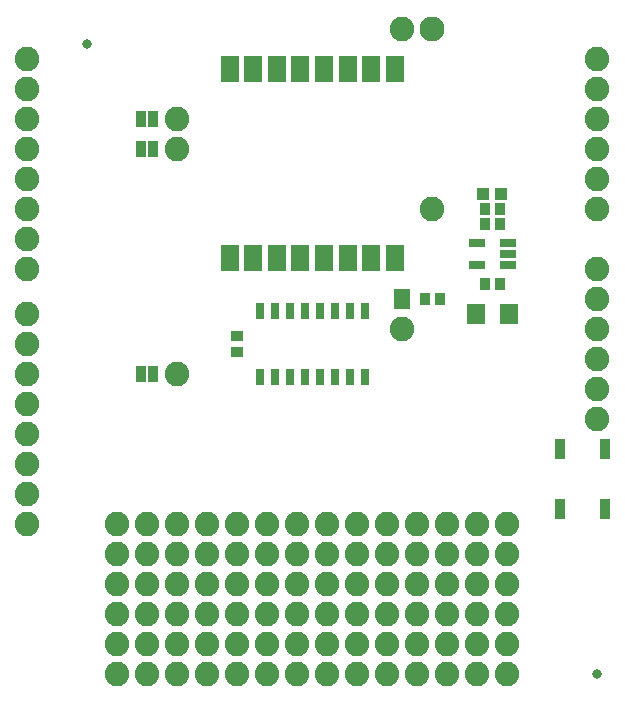
<source format=gbr>
G04 EAGLE Gerber RS-274X export*
G75*
%MOMM*%
%FSLAX34Y34*%
%LPD*%
%INSoldermask Top*%
%IPPOS*%
%AMOC8*
5,1,8,0,0,1.08239X$1,22.5*%
G01*
%ADD10C,2.108200*%
%ADD11R,1.403200X0.753200*%
%ADD12R,0.903200X1.103200*%
%ADD13R,1.603200X1.803200*%
%ADD14R,1.003200X1.003200*%
%ADD15R,0.965200X1.727200*%
%ADD16R,0.803200X1.403200*%
%ADD17R,1.103200X0.903200*%
%ADD18C,2.082800*%
%ADD19R,1.473200X0.838200*%
%ADD20R,1.503200X2.203200*%
%ADD21R,0.838200X1.473200*%
%ADD22C,0.838200*%


D10*
X368300Y571500D03*
D11*
X432101Y371500D03*
X432101Y381000D03*
X432101Y390500D03*
X406099Y390500D03*
X406099Y371500D03*
D12*
X412600Y355600D03*
X425600Y355600D03*
D13*
X433100Y330200D03*
X405100Y330200D03*
D12*
X425600Y419100D03*
X412600Y419100D03*
D14*
X426600Y431800D03*
X411600Y431800D03*
D15*
X514350Y215900D03*
X514350Y165100D03*
X476250Y215900D03*
X476250Y165100D03*
D12*
X412600Y406400D03*
X425600Y406400D03*
D16*
X222250Y276800D03*
X234950Y276800D03*
X247650Y276800D03*
X260350Y276800D03*
X273050Y276800D03*
X285750Y276800D03*
X298450Y276800D03*
X311150Y276800D03*
X311150Y332800D03*
X298450Y332800D03*
X285750Y332800D03*
X273050Y332800D03*
X260350Y332800D03*
X247650Y332800D03*
X234950Y332800D03*
X222250Y332800D03*
D17*
X203200Y298300D03*
X203200Y311300D03*
D18*
X342900Y571500D03*
D12*
X374800Y342900D03*
X361800Y342900D03*
D19*
X342900Y338400D03*
X342900Y347400D03*
D20*
X336700Y537200D03*
X316700Y537200D03*
X296700Y537200D03*
X276700Y537200D03*
X256700Y537200D03*
X236700Y537200D03*
X216700Y537200D03*
X196700Y537200D03*
X196700Y377200D03*
X216700Y377200D03*
X236700Y377200D03*
X256700Y377200D03*
X276700Y377200D03*
X296700Y377200D03*
X316700Y377200D03*
X336700Y377200D03*
D21*
X121920Y279400D03*
X132080Y279400D03*
D18*
X152400Y279400D03*
X342900Y317500D03*
D21*
X121920Y469900D03*
X132080Y469900D03*
D18*
X152400Y469900D03*
X508000Y241300D03*
X508000Y266700D03*
X508000Y292100D03*
X508000Y317500D03*
X508000Y342900D03*
X508000Y368300D03*
X508000Y419100D03*
X508000Y444500D03*
X508000Y469900D03*
X508000Y495300D03*
X508000Y520700D03*
X508000Y546100D03*
X25400Y546100D03*
X25400Y520700D03*
X25400Y495300D03*
X25400Y469900D03*
X25400Y444500D03*
X25400Y419100D03*
X25400Y393700D03*
X25400Y368300D03*
X25400Y330200D03*
X25400Y304800D03*
X25400Y279400D03*
X25400Y254000D03*
X25400Y228600D03*
X25400Y203200D03*
X25400Y177800D03*
X25400Y152400D03*
X368300Y419100D03*
D21*
X121920Y495300D03*
X132080Y495300D03*
D18*
X152400Y495300D03*
D22*
X508000Y25400D03*
X76200Y558800D03*
D18*
X101600Y25400D03*
X101600Y50800D03*
X101600Y76200D03*
X127000Y25400D03*
X127000Y50800D03*
X127000Y76200D03*
X127000Y101600D03*
X101600Y101600D03*
X101600Y127000D03*
X101600Y152400D03*
X127000Y127000D03*
X127000Y152400D03*
X152400Y25400D03*
X152400Y50800D03*
X152400Y76200D03*
X177800Y25400D03*
X177800Y50800D03*
X177800Y76200D03*
X177800Y101600D03*
X152400Y101600D03*
X203200Y25400D03*
X203200Y50800D03*
X203200Y76200D03*
X228600Y25400D03*
X228600Y50800D03*
X228600Y76200D03*
X228600Y101600D03*
X203200Y101600D03*
X254000Y25400D03*
X254000Y50800D03*
X254000Y76200D03*
X279400Y25400D03*
X279400Y50800D03*
X279400Y76200D03*
X279400Y101600D03*
X254000Y101600D03*
X304800Y25400D03*
X304800Y50800D03*
X304800Y76200D03*
X330200Y25400D03*
X330200Y50800D03*
X330200Y76200D03*
X330200Y101600D03*
X304800Y101600D03*
X355600Y25400D03*
X355600Y50800D03*
X355600Y76200D03*
X381000Y25400D03*
X381000Y50800D03*
X381000Y76200D03*
X381000Y101600D03*
X355600Y101600D03*
X406400Y25400D03*
X406400Y50800D03*
X406400Y76200D03*
X431800Y25400D03*
X431800Y50800D03*
X431800Y76200D03*
X431800Y101600D03*
X406400Y101600D03*
X152400Y127000D03*
X152400Y152400D03*
X177800Y127000D03*
X177800Y152400D03*
X203200Y127000D03*
X203200Y152400D03*
X228600Y127000D03*
X228600Y152400D03*
X254000Y127000D03*
X254000Y152400D03*
X279400Y127000D03*
X279400Y152400D03*
X304800Y127000D03*
X304800Y152400D03*
X330200Y127000D03*
X330200Y152400D03*
X355600Y127000D03*
X355600Y152400D03*
X381000Y127000D03*
X381000Y152400D03*
X406400Y127000D03*
X406400Y152400D03*
X431800Y127000D03*
X431800Y152400D03*
M02*

</source>
